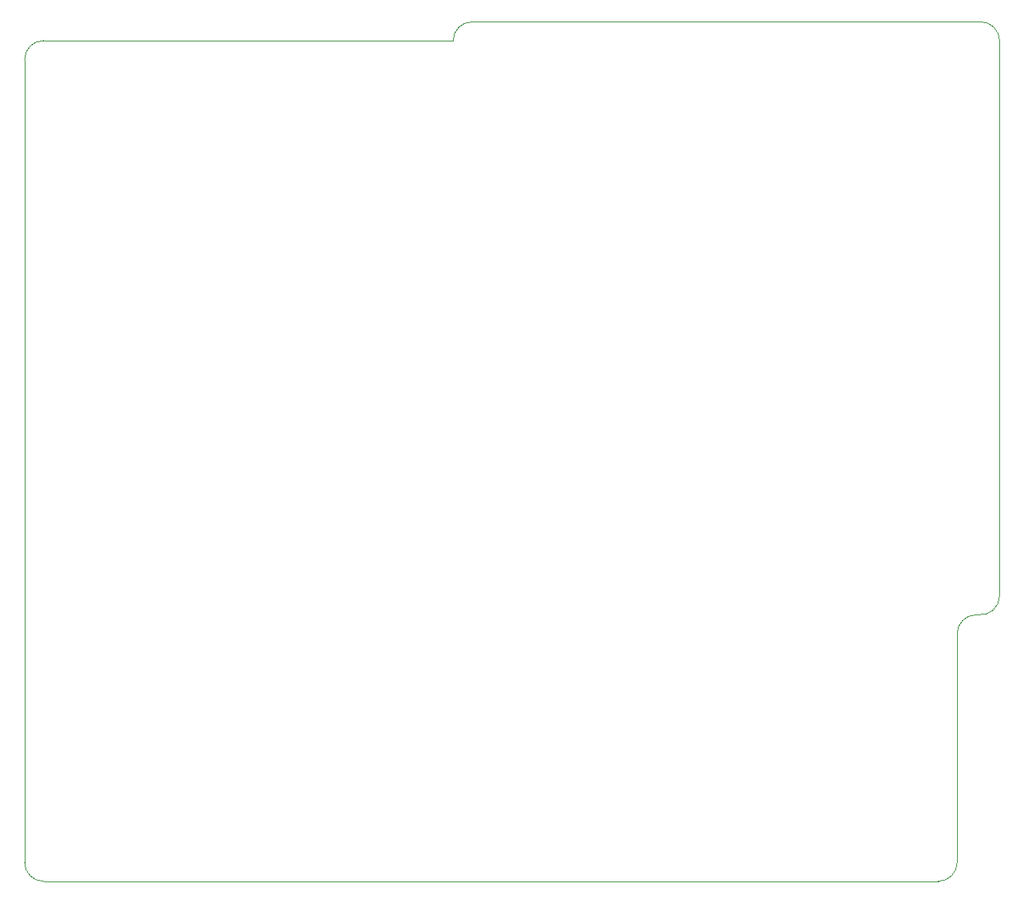
<source format=gm1>
G04 #@! TF.GenerationSoftware,KiCad,Pcbnew,8.0.1-rc1*
G04 #@! TF.CreationDate,2024-05-12T14:13:22-04:00*
G04 #@! TF.ProjectId,STM32_Play_Board,53544d33-325f-4506-9c61-795f426f6172,rev?*
G04 #@! TF.SameCoordinates,Original*
G04 #@! TF.FileFunction,Profile,NP*
%FSLAX46Y46*%
G04 Gerber Fmt 4.6, Leading zero omitted, Abs format (unit mm)*
G04 Created by KiCad (PCBNEW 8.0.1-rc1) date 2024-05-12 14:13:22*
%MOMM*%
%LPD*%
G01*
G04 APERTURE LIST*
G04 #@! TA.AperFunction,Profile*
%ADD10C,0.050000*%
G04 #@! TD*
G04 APERTURE END LIST*
D10*
X85000000Y-45000000D02*
X85000000Y-130300000D01*
X188500000Y-102000000D02*
X188500000Y-43000000D01*
X188500000Y-102000000D02*
G75*
G02*
X186251931Y-103984556I-2000000J0D01*
G01*
X184000000Y-130300000D02*
X184000000Y-106000000D01*
X186000000Y-104000000D02*
X186251931Y-103984556D01*
X130500000Y-43000000D02*
G75*
G02*
X132500000Y-41000000I2000000J0D01*
G01*
X87000000Y-132300000D02*
G75*
G02*
X85000000Y-130300000I0J2000000D01*
G01*
X186500000Y-41000000D02*
G75*
G02*
X188500000Y-43000000I0J-2000000D01*
G01*
X184000000Y-130300000D02*
G75*
G02*
X182000000Y-132300000I-2000000J0D01*
G01*
X130500000Y-43000000D02*
X87000000Y-43000000D01*
X85000000Y-45000000D02*
G75*
G02*
X87000000Y-43000000I2000000J0D01*
G01*
X87000000Y-132300000D02*
X182000000Y-132300000D01*
X186500000Y-41000000D02*
X132500000Y-41000000D01*
X184000000Y-106000000D02*
G75*
G02*
X186000000Y-104000000I2000000J0D01*
G01*
M02*

</source>
